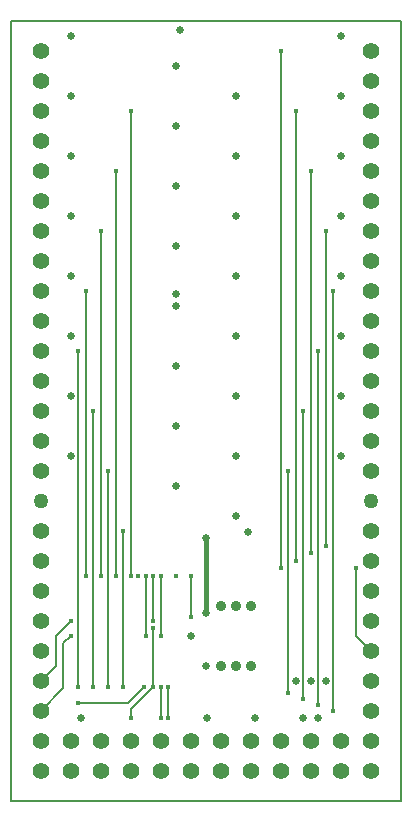
<source format=gbr>
%TF.GenerationSoftware,KiCad,Pcbnew,4.0.2-stable*%
%TF.CreationDate,2021-11-11T11:09:56-08:00*%
%TF.ProjectId,pwm,70776D2E6B696361645F706362000000,rev?*%
%TF.FileFunction,Copper,L4,Bot,Signal*%
%FSLAX46Y46*%
G04 Gerber Fmt 4.6, Leading zero omitted, Abs format (unit mm)*
G04 Created by KiCad (PCBNEW 4.0.2-stable) date 11/11/2021 11:09:56 AM*
%MOMM*%
G01*
G04 APERTURE LIST*
%ADD10C,0.100000*%
%ADD11C,0.150000*%
%ADD12C,1.397000*%
%ADD13C,1.270000*%
%ADD14C,0.406400*%
%ADD15C,0.635000*%
%ADD16C,0.889000*%
%ADD17C,0.177800*%
%ADD18C,0.381000*%
G04 APERTURE END LIST*
D10*
D11*
X153670000Y-71120000D02*
X186690000Y-71120000D01*
X153670000Y-137160000D02*
X186690000Y-137160000D01*
X153670000Y-137160000D02*
X153670000Y-71120000D01*
X186690000Y-71120000D02*
X186690000Y-137160000D01*
D12*
X156210000Y-73660000D03*
X156210000Y-76200000D03*
X156210000Y-78740000D03*
X156210000Y-81280000D03*
X156210000Y-83820000D03*
X156210000Y-86360000D03*
X156210000Y-88900000D03*
X156210000Y-91440000D03*
X156210000Y-93980000D03*
X156210000Y-96520000D03*
X156210000Y-99060000D03*
X156210000Y-101600000D03*
X156210000Y-104140000D03*
X156210000Y-106680000D03*
X156210000Y-109220000D03*
D13*
X156210000Y-111760000D03*
D12*
X156210000Y-114300000D03*
X156210000Y-116840000D03*
X156210000Y-119380000D03*
X156210000Y-121920000D03*
X156210000Y-124460000D03*
X156210000Y-127000000D03*
X156210000Y-129540000D03*
X156210000Y-132080000D03*
X156210000Y-134620000D03*
X184150000Y-73660000D03*
X184150000Y-76200000D03*
X184150000Y-78740000D03*
X184150000Y-81280000D03*
X184150000Y-83820000D03*
X184150000Y-86360000D03*
X184150000Y-88900000D03*
X184150000Y-91440000D03*
X184150000Y-93980000D03*
X184150000Y-96520000D03*
X184150000Y-99060000D03*
X184150000Y-101600000D03*
X184150000Y-104140000D03*
X184150000Y-106680000D03*
X184150000Y-109220000D03*
D13*
X184150000Y-111760000D03*
D12*
X184150000Y-114300000D03*
X184150000Y-116840000D03*
X184150000Y-119380000D03*
X184150000Y-121920000D03*
X184150000Y-124460000D03*
X184150000Y-127000000D03*
X184150000Y-129540000D03*
X184150000Y-132080000D03*
X184150000Y-134620000D03*
X171450000Y-132080000D03*
X181610000Y-132080000D03*
X179070000Y-132080000D03*
X176530000Y-132080000D03*
X173990000Y-132080000D03*
X168910000Y-132080000D03*
X166370000Y-132080000D03*
X163830000Y-132080000D03*
X161290000Y-132080000D03*
X158750000Y-132080000D03*
X168910000Y-134620000D03*
X158750000Y-134620000D03*
X161290000Y-134620000D03*
X163830000Y-134620000D03*
X166370000Y-134620000D03*
X171450000Y-134620000D03*
X173990000Y-134620000D03*
X176530000Y-134620000D03*
X179070000Y-134620000D03*
X181610000Y-134620000D03*
D14*
X166370000Y-127508000D03*
X166370000Y-130175000D03*
D15*
X170180000Y-114935000D03*
X170180000Y-121285000D03*
X170180000Y-125730000D03*
D16*
X172720000Y-125730000D03*
X173990000Y-125730000D03*
X171450000Y-125730000D03*
X172720000Y-120650000D03*
X171450000Y-120650000D03*
X173990000Y-120650000D03*
D15*
X168021000Y-71882000D03*
X167640000Y-94234000D03*
X159639000Y-130175000D03*
X173736000Y-114427000D03*
X179070000Y-127000000D03*
X177800000Y-127000000D03*
X180340000Y-127000000D03*
X179705000Y-130175000D03*
X178435000Y-130175000D03*
X168910000Y-123190000D03*
D14*
X167640000Y-118110000D03*
X164465000Y-118110000D03*
D15*
X174371000Y-130175000D03*
X170307000Y-130175000D03*
X167640000Y-110490000D03*
X167640000Y-105410000D03*
X167640000Y-100330000D03*
X172720000Y-113030000D03*
X172720000Y-107950000D03*
X172720000Y-102870000D03*
X172720000Y-97790000D03*
X167640000Y-95250000D03*
X172720000Y-87630000D03*
X172720000Y-92710000D03*
X167640000Y-90170000D03*
X167640000Y-85090000D03*
X167640000Y-80010000D03*
X172720000Y-82550000D03*
X172720000Y-77470000D03*
X167640000Y-74930000D03*
X181610000Y-102870000D03*
X181610000Y-72390000D03*
X181610000Y-77470000D03*
X181610000Y-82550000D03*
X181610000Y-87630000D03*
X181610000Y-92710000D03*
X181610000Y-97790000D03*
X181610000Y-107950000D03*
X158750000Y-102870000D03*
X158750000Y-97790000D03*
X158750000Y-92710000D03*
X158750000Y-87630000D03*
X158750000Y-82550000D03*
X158750000Y-77470000D03*
X158750000Y-72390000D03*
X158750000Y-107950000D03*
D14*
X163830000Y-130175000D03*
X165735000Y-127508000D03*
X165735000Y-122555000D03*
X166370000Y-123190000D03*
X166370000Y-118110000D03*
X158750000Y-121920000D03*
X165735000Y-121920000D03*
X165735000Y-118110000D03*
X158750000Y-123190000D03*
X165100000Y-123190000D03*
X165100000Y-118110000D03*
X164973000Y-127508000D03*
X159385000Y-128905000D03*
X167005000Y-130175000D03*
X167005000Y-127508000D03*
X163830000Y-78740000D03*
X163830000Y-118110000D03*
X176530000Y-117475000D03*
X176530000Y-73660000D03*
X162560000Y-83820000D03*
X162560000Y-118110000D03*
X177800000Y-116840000D03*
X177800000Y-78740000D03*
X161290000Y-118110000D03*
X161290000Y-88900000D03*
X179070000Y-116205000D03*
X179070000Y-83820000D03*
X160020000Y-118110000D03*
X160020000Y-93980000D03*
X180340000Y-115570000D03*
X180340000Y-88900000D03*
X159385000Y-127508000D03*
X159385000Y-99060000D03*
X180975000Y-93980000D03*
X180975000Y-129540000D03*
X160655000Y-104140000D03*
X160655000Y-127508000D03*
X179705000Y-129032000D03*
X179705000Y-99060000D03*
X161925000Y-109220000D03*
X161925000Y-127508000D03*
X178435000Y-104140000D03*
X178435000Y-128524000D03*
X163195000Y-114300000D03*
X163195000Y-127508000D03*
X177165000Y-109220000D03*
X177165000Y-128016000D03*
X168910000Y-121602500D03*
X168910000Y-118110000D03*
X182880000Y-117475000D03*
D17*
X166370000Y-127508000D02*
X166370000Y-130175000D01*
D18*
X170180000Y-114935000D02*
X170180000Y-121285000D01*
D17*
X165735000Y-127508000D02*
X163830000Y-129413000D01*
X163830000Y-129413000D02*
X163830000Y-130175000D01*
X165735000Y-127508000D02*
X165735000Y-122555000D01*
X166370000Y-118110000D02*
X166370000Y-123190000D01*
X157480000Y-125730000D02*
X156210000Y-127000000D01*
X157480000Y-123190000D02*
X157480000Y-125730000D01*
X158750000Y-121920000D02*
X157480000Y-123190000D01*
X165735000Y-118110000D02*
X165735000Y-121920000D01*
X158115000Y-127635000D02*
X156210000Y-129540000D01*
X158115000Y-123825000D02*
X158115000Y-127635000D01*
X158750000Y-123190000D02*
X158115000Y-123825000D01*
X165100000Y-118110000D02*
X165100000Y-123190000D01*
X159385000Y-128905000D02*
X163449000Y-128905000D01*
X163576000Y-128905000D02*
X164973000Y-127508000D01*
X163449000Y-128905000D02*
X163576000Y-128905000D01*
X167005000Y-127508000D02*
X167005000Y-130175000D01*
X163830000Y-118110000D02*
X163830000Y-78740000D01*
X176530000Y-117475000D02*
X176530000Y-73660000D01*
X162560000Y-118110000D02*
X162560000Y-83820000D01*
X177800000Y-116840000D02*
X177800000Y-78740000D01*
X161290000Y-118110000D02*
X161290000Y-88900000D01*
X179070000Y-116205000D02*
X179070000Y-83820000D01*
X160020000Y-93980000D02*
X160020000Y-118110000D01*
X180340000Y-115570000D02*
X180340000Y-88900000D01*
X159385000Y-127508000D02*
X159385000Y-99060000D01*
X180975000Y-93980000D02*
X180975000Y-129540000D01*
X160655000Y-127508000D02*
X160655000Y-104140000D01*
X179705000Y-99060000D02*
X179705000Y-129032000D01*
X161925000Y-109220000D02*
X161925000Y-127508000D01*
X178435000Y-128524000D02*
X178435000Y-104140000D01*
X163195000Y-127508000D02*
X163195000Y-114300000D01*
X177165000Y-128016000D02*
X177165000Y-109220000D01*
X184150000Y-124460000D02*
X182880000Y-123190000D01*
X168910000Y-118110000D02*
X168910000Y-121602500D01*
X182880000Y-123190000D02*
X182880000Y-117475000D01*
M02*

</source>
